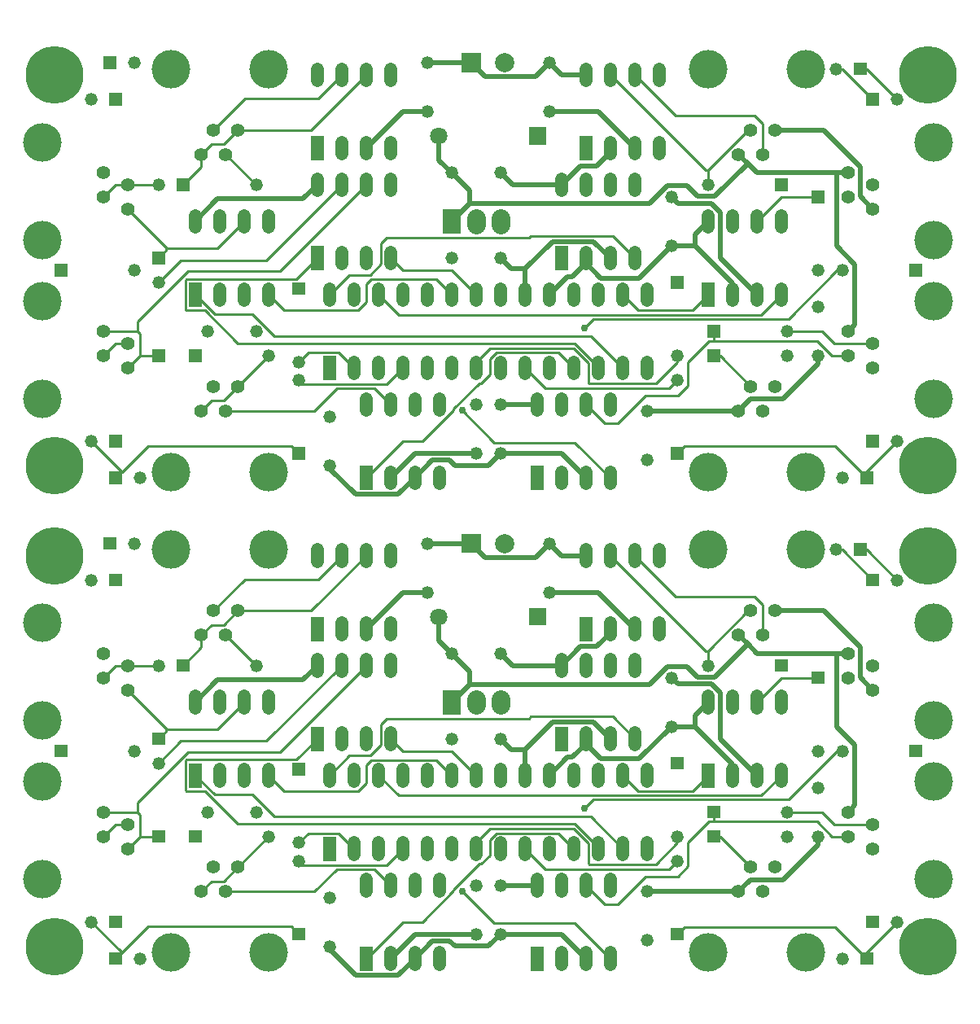
<source format=gbl>
%FSLAX24Y24*%
%MOIN*%
%ADD10C,0.0090*%
%ADD11C,0.0200*%
%ADD12C,0.0300*%
%ADD13C,0.0520*%
%ADD14C,0.0551*%
%ADD15C,0.0709*%
%ADD16C,0.0750*%
%ADD17C,0.0787*%
%ADD18C,0.1575*%
%ADD19C,0.2362*%
D10*
G01X11750Y5500D02*
X11922Y5328D01*
X15328Y5328D01*
X16000Y6000D01*
X28750Y6500D02*
X29000Y6500D01*
X30250Y5250D01*
X25000Y9000D02*
X25630Y8370D01*
X27870Y8370D01*
X28500Y9000D01*
X35250Y17000D02*
X34000Y18250D01*
X33750Y18250D01*
X34000Y10000D02*
X33788Y10000D01*
X31792Y8004D01*
X23803Y8004D01*
X23447Y7648D01*
X14500Y13500D02*
X10967Y9967D01*
X7222Y9967D01*
X5151Y7896D01*
X5151Y7500D01*
X5250Y6500D02*
X4750Y6000D01*
X6000Y6500D02*
X5250Y6500D01*
X5151Y7500D02*
X5250Y7401D01*
X5250Y6500D01*
X3750Y7500D02*
X5151Y7500D01*
X24000Y6000D02*
X24000Y6049D01*
X23031Y7018D01*
X9241Y7018D01*
X7903Y8356D01*
X7140Y8356D01*
X7115Y8382D01*
X7115Y9617D01*
X7140Y9642D01*
X11642Y9642D01*
X12500Y10500D01*
X6352Y10898D02*
X4750Y12500D01*
X6000Y10500D02*
X6352Y10852D01*
X6352Y10898D01*
X8398Y10898D01*
X9500Y12000D01*
X34875Y1625D02*
X35000Y1500D01*
X27250Y2500D02*
X27544Y2794D01*
X33706Y2794D01*
X34875Y1625D01*
X36250Y3000D01*
X19000Y9000D02*
X18003Y9997D01*
X16003Y9997D01*
X15500Y10500D01*
X28500Y14094D02*
X28500Y13500D01*
X30250Y15750D02*
X30156Y15750D01*
X28500Y14094D01*
X24500Y18000D02*
X28406Y14094D01*
X28500Y14094D01*
X25000Y6000D02*
X23693Y7307D01*
X10751Y7307D01*
X9850Y8208D01*
X8292Y8208D01*
X7500Y9000D01*
X4500Y1750D02*
X4250Y1500D01*
X11750Y2500D02*
X11434Y2816D01*
X5566Y2816D01*
X4500Y1750D01*
X3250Y3000D01*
X15500Y4500D02*
X14843Y5157D01*
X13292Y5157D01*
X12384Y4250D01*
X8750Y4250D01*
X6000Y9500D02*
X6915Y10415D01*
X10415Y10415D01*
X13500Y13500D01*
X4750Y7000D02*
X4250Y7000D01*
X3750Y6500D01*
X27250Y6500D02*
X27250Y6248D01*
X26360Y5358D01*
X23629Y5358D01*
X23604Y5384D01*
X23604Y6204D01*
X23003Y6804D01*
X19563Y6804D01*
X19000Y6241D01*
X19000Y6000D01*
X6000Y13500D02*
X4750Y13500D01*
X4250Y13500D01*
X3750Y13000D01*
X36250Y17000D02*
X35000Y18250D01*
X34750Y18250D01*
X13000Y9000D02*
X13817Y9817D01*
X14657Y9817D01*
X15102Y10262D01*
X15102Y11100D01*
X15326Y11324D01*
X21157Y11324D01*
X21243Y11409D01*
X24591Y11409D01*
X25500Y10500D01*
X9250Y15750D02*
X12250Y15750D01*
X14500Y18000D01*
X7750Y14750D02*
X8164Y15164D01*
X8664Y15164D01*
X9250Y15750D01*
X7000Y13500D02*
X7750Y14250D01*
X7750Y14750D01*
X31750Y7500D02*
X33161Y7500D01*
X33661Y7000D01*
X35250Y7000D01*
X11750Y6250D02*
X12126Y6626D01*
X13374Y6626D01*
X14000Y6000D01*
X31500Y9000D02*
X30674Y8174D01*
X15826Y8174D01*
X15000Y9000D01*
X25500Y18000D02*
X27180Y16320D01*
X30423Y16320D01*
X30750Y15993D01*
X30750Y14750D01*
X28750Y7107D02*
X32962Y7107D01*
X33570Y6500D01*
X34250Y6500D01*
X28750Y7500D02*
X28750Y7107D01*
X28554Y7107D01*
X27690Y6244D01*
X27690Y5277D01*
X27269Y4856D01*
X25935Y4856D01*
X24807Y3729D01*
X24271Y3729D01*
X23500Y4500D01*
X23000Y6000D02*
X22367Y6633D01*
X19826Y6633D01*
X19561Y6368D01*
X19561Y5726D01*
X19209Y5374D01*
X19131Y5374D01*
X18078Y4320D01*
X18078Y4276D01*
X16802Y3000D01*
X16000Y3000D01*
X14500Y1500D01*
X8250Y15750D02*
X9528Y17028D01*
X12528Y17028D01*
X13500Y18000D01*
X10000Y13500D02*
X8750Y14750D01*
X18000Y9000D02*
X17374Y9626D01*
X14691Y9626D01*
X14500Y9435D01*
X14500Y8695D01*
X14159Y8354D01*
X11146Y8354D01*
X10500Y9000D01*
X10500Y6500D02*
X9250Y5250D01*
X8664Y4664D01*
X8164Y4664D01*
X7750Y4250D01*
X33000Y13000D02*
X31500Y13000D01*
X30500Y12000D01*
X27250Y5500D02*
X26912Y5162D01*
X21838Y5162D01*
X21000Y6000D01*
X18424Y4263D02*
X19743Y2944D01*
X23056Y2944D01*
X24500Y1500D01*
X11750Y25185D02*
X11922Y25013D01*
X15328Y25013D01*
X16000Y25685D01*
X28750Y26185D02*
X29000Y26185D01*
X30250Y24935D01*
X25000Y28685D02*
X25630Y28056D01*
X27870Y28056D01*
X28500Y28685D01*
X35250Y36685D02*
X34000Y37935D01*
X33750Y37935D01*
X34000Y29685D02*
X33788Y29685D01*
X31792Y27689D01*
X23803Y27689D01*
X23447Y27333D01*
X14500Y33185D02*
X10967Y29652D01*
X7222Y29652D01*
X5151Y27581D01*
X5151Y27185D01*
X5250Y26185D02*
X4750Y25685D01*
X6000Y26185D02*
X5250Y26185D01*
X5151Y27185D02*
X5250Y27086D01*
X5250Y26185D01*
X3750Y27185D02*
X5151Y27185D01*
X24000Y25685D02*
X24000Y25734D01*
X23031Y26703D01*
X9241Y26703D01*
X7903Y28041D01*
X7140Y28041D01*
X7115Y28067D01*
X7115Y29302D01*
X7140Y29327D01*
X11642Y29327D01*
X12500Y30185D01*
X6352Y30583D02*
X4750Y32185D01*
X6000Y30185D02*
X6352Y30537D01*
X6352Y30583D01*
X8398Y30583D01*
X9500Y31685D01*
X34875Y21310D02*
X35000Y21185D01*
X27250Y22185D02*
X27544Y22479D01*
X33706Y22479D01*
X34875Y21310D01*
X36250Y22685D01*
X19000Y28685D02*
X18003Y29682D01*
X16003Y29682D01*
X15500Y30185D01*
X28500Y33779D02*
X28500Y33185D01*
X30250Y35435D02*
X30156Y35435D01*
X28500Y33779D01*
X24500Y37685D02*
X28406Y33779D01*
X28500Y33779D01*
X25000Y25685D02*
X23693Y26992D01*
X10751Y26992D01*
X9850Y27893D01*
X8292Y27893D01*
X7500Y28685D01*
X4500Y21435D02*
X4250Y21185D01*
X11750Y22185D02*
X11434Y22501D01*
X5566Y22501D01*
X4500Y21435D01*
X3250Y22685D01*
X15500Y24185D02*
X14843Y24843D01*
X13292Y24843D01*
X12384Y23935D01*
X8750Y23935D01*
X6000Y29185D02*
X6915Y30100D01*
X10415Y30100D01*
X13500Y33185D01*
X4750Y26685D02*
X4250Y26685D01*
X3750Y26185D01*
X27250Y26185D02*
X27250Y25933D01*
X26360Y25043D01*
X23629Y25043D01*
X23604Y25069D01*
X23604Y25889D01*
X23003Y26489D01*
X19563Y26489D01*
X19000Y25926D01*
X19000Y25685D01*
X6000Y33185D02*
X4750Y33185D01*
X4250Y33185D01*
X3750Y32685D01*
X36250Y36685D02*
X35000Y37935D01*
X34750Y37935D01*
X13000Y28685D02*
X13817Y29502D01*
X14657Y29502D01*
X15102Y29947D01*
X15102Y30785D01*
X15326Y31009D01*
X21157Y31009D01*
X21243Y31094D01*
X24591Y31094D01*
X25500Y30185D01*
X9250Y35435D02*
X12250Y35435D01*
X14500Y37685D01*
X7750Y34435D02*
X8164Y34849D01*
X8664Y34849D01*
X9250Y35435D01*
X7000Y33185D02*
X7750Y33935D01*
X7750Y34435D01*
X31750Y27185D02*
X33161Y27185D01*
X33661Y26685D01*
X35250Y26685D01*
X11750Y25935D02*
X12126Y26311D01*
X13374Y26311D01*
X14000Y25685D01*
X31500Y28685D02*
X30674Y27859D01*
X15826Y27859D01*
X15000Y28685D01*
X25500Y37685D02*
X27180Y36005D01*
X30423Y36005D01*
X30750Y35678D01*
X30750Y34435D01*
X28750Y26793D02*
X32962Y26793D01*
X33570Y26185D01*
X34250Y26185D01*
X28750Y27185D02*
X28750Y26793D01*
X28554Y26793D01*
X27690Y25929D01*
X27690Y24962D01*
X27269Y24541D01*
X25935Y24541D01*
X24807Y23414D01*
X24271Y23414D01*
X23500Y24185D01*
X23000Y25685D02*
X22367Y26319D01*
X19826Y26319D01*
X19561Y26053D01*
X19561Y25411D01*
X19209Y25059D01*
X19131Y25059D01*
X18078Y24005D01*
X18078Y23961D01*
X16802Y22685D01*
X16000Y22685D01*
X14500Y21185D01*
X8250Y35435D02*
X9528Y36713D01*
X12528Y36713D01*
X13500Y37685D01*
X10000Y33185D02*
X8750Y34435D01*
X18000Y28685D02*
X17374Y29311D01*
X14691Y29311D01*
X14500Y29120D01*
X14500Y28380D01*
X14159Y28039D01*
X11146Y28039D01*
X10500Y28685D01*
X10500Y26185D02*
X9250Y24935D01*
X8664Y24349D01*
X8164Y24349D01*
X7750Y23935D01*
X33000Y32685D02*
X31500Y32685D01*
X30500Y31685D01*
X27250Y25185D02*
X26912Y24847D01*
X21838Y24847D01*
X21000Y25685D01*
X18424Y23948D02*
X19743Y22629D01*
X23056Y22629D01*
X24500Y21185D01*
D11*
G01X18731Y12731D02*
X18000Y12000D01*
X30125Y14375D02*
X28770Y13020D01*
X28062Y13020D01*
X27626Y13456D01*
X26833Y13456D01*
X26108Y12731D01*
X18731Y12731D01*
X18731Y13269D01*
X18000Y14000D01*
X30125Y14375D02*
X29750Y14750D01*
X33775Y14000D02*
X30500Y14000D01*
X30125Y14375D01*
X18000Y14000D02*
X17487Y14513D01*
X17487Y15500D01*
X34250Y14000D02*
X33775Y14000D01*
X33775Y10992D01*
X34522Y10245D01*
X34522Y7772D01*
X34250Y7500D01*
X22000Y18500D02*
X21424Y17924D01*
X19387Y17924D01*
X18811Y18500D01*
X23500Y18000D02*
X22500Y18000D01*
X22000Y18500D01*
X22500Y13500D02*
X23276Y14276D01*
X23941Y14276D01*
X24500Y14835D01*
X24500Y15000D01*
X22500Y13500D02*
X20500Y13500D01*
X20000Y14000D01*
X23500Y10300D02*
X23500Y10500D01*
X22000Y9000D02*
X22741Y9741D01*
X22941Y9741D01*
X23500Y10300D01*
X24119Y9681D01*
X25681Y9681D01*
X27000Y11000D01*
X27962Y11000D02*
X29500Y9462D01*
X29500Y9000D01*
X27000Y11000D02*
X27962Y11000D01*
X27962Y11462D01*
X28500Y12000D01*
X29750Y4250D02*
X30229Y4729D01*
X31559Y4729D01*
X33000Y6170D01*
X33000Y6500D01*
X26000Y4250D02*
X29750Y4250D01*
X19000Y2500D02*
X16500Y2500D01*
X15500Y1500D01*
X35250Y12500D02*
X34728Y13022D01*
X34728Y14251D01*
X33229Y15750D01*
X31250Y15750D01*
X7500Y12000D02*
X8423Y12923D01*
X11923Y12923D01*
X12500Y13500D01*
X18811Y18500D02*
X17000Y18500D01*
X21500Y4500D02*
X20000Y4500D01*
X16500Y1500D02*
X15819Y819D01*
X14059Y819D01*
X13000Y1878D01*
X13000Y2000D01*
X20000Y2500D02*
X19515Y2015D01*
X18127Y2015D01*
X17923Y2219D01*
X17219Y2219D01*
X16500Y1500D01*
X21000Y10054D02*
X22129Y11183D01*
X23817Y11183D01*
X24500Y10500D01*
X27000Y13000D02*
X27261Y12739D01*
X28636Y12739D01*
X29000Y12375D01*
X29000Y10500D01*
X30500Y9000D01*
X25500Y15000D02*
X24000Y16500D01*
X22000Y16500D01*
X21000Y9000D02*
X21000Y10054D01*
X20446Y10054D01*
X20000Y10500D01*
X17000Y16500D02*
X16000Y16500D01*
X14500Y15000D01*
X23500Y1500D02*
X22500Y2500D01*
X20000Y2500D01*
X18731Y32417D02*
X18000Y31685D01*
X30125Y34060D02*
X28770Y32705D01*
X28062Y32705D01*
X27626Y33141D01*
X26833Y33141D01*
X26108Y32417D01*
X18731Y32417D01*
X18731Y32954D01*
X18000Y33685D01*
X30125Y34060D02*
X29750Y34435D01*
X33775Y33685D02*
X30500Y33685D01*
X30125Y34060D01*
X18000Y33685D02*
X17487Y34198D01*
X17487Y35185D01*
X34250Y33685D02*
X33775Y33685D01*
X33775Y30677D01*
X34522Y29930D01*
X34522Y27457D01*
X34250Y27185D01*
X22000Y38185D02*
X21424Y37609D01*
X19387Y37609D01*
X18811Y38185D01*
X23500Y37685D02*
X22500Y37685D01*
X22000Y38185D01*
X22500Y33185D02*
X23276Y33961D01*
X23941Y33961D01*
X24500Y34520D01*
X24500Y34685D01*
X22500Y33185D02*
X20500Y33185D01*
X20000Y33685D01*
X23500Y29985D02*
X23500Y30185D01*
X22000Y28685D02*
X22741Y29426D01*
X22941Y29426D01*
X23500Y29985D01*
X24119Y29366D01*
X25681Y29366D01*
X27000Y30685D01*
X27962Y30685D02*
X29500Y29147D01*
X29500Y28685D01*
X27000Y30685D02*
X27962Y30685D01*
X27962Y31147D01*
X28500Y31685D01*
X29750Y23935D02*
X30229Y24414D01*
X31559Y24414D01*
X33000Y25856D01*
X33000Y26185D01*
X26000Y23935D02*
X29750Y23935D01*
X19000Y22185D02*
X16500Y22185D01*
X15500Y21185D01*
X35250Y32185D02*
X34728Y32707D01*
X34728Y33936D01*
X33229Y35435D01*
X31250Y35435D01*
X7500Y31685D02*
X8423Y32608D01*
X11923Y32608D01*
X12500Y33185D01*
X18811Y38185D02*
X17000Y38185D01*
X21500Y24185D02*
X20000Y24185D01*
X16500Y21185D02*
X15819Y20504D01*
X14059Y20504D01*
X13000Y21563D01*
X13000Y21685D01*
X20000Y22185D02*
X19515Y21700D01*
X18127Y21700D01*
X17923Y21904D01*
X17219Y21904D01*
X16500Y21185D01*
X21000Y29739D02*
X22129Y30869D01*
X23817Y30869D01*
X24500Y30185D01*
X27000Y32685D02*
X27261Y32424D01*
X28636Y32424D01*
X29000Y32060D01*
X29000Y30185D01*
X30500Y28685D01*
X25500Y34685D02*
X24000Y36185D01*
X22000Y36185D01*
X21000Y28685D02*
X21000Y29739D01*
X20446Y29739D01*
X20000Y30185D01*
X17000Y36185D02*
X16000Y36185D01*
X14500Y34685D01*
X23500Y21185D02*
X22500Y22185D01*
X20000Y22185D01*
D12*
G01X23447Y7648D03*
X18424Y4263D03*
X23447Y27333D03*
X18424Y23948D03*
D13*
G01X17000Y18500D03*
X17000Y16500D03*
X8000Y7500D03*
X10000Y7500D03*
X10500Y6500D03*
X33000Y6500D03*
X33000Y8500D03*
X28500Y13500D03*
X22000Y18500D03*
X22000Y16500D03*
X20000Y14000D03*
X18000Y14000D03*
X20000Y4500D03*
X20000Y2500D03*
X13000Y4000D03*
X13000Y2000D03*
X27000Y11000D03*
X27000Y13000D03*
X26000Y4250D03*
X26000Y2250D03*
X25500Y18240D02*
X25500Y17760D01*
X26500Y18240D02*
X26500Y17760D01*
X23500Y18240D02*
X23500Y17760D01*
X24500Y15240D02*
X24500Y14760D01*
X25500Y15240D02*
X25500Y14760D01*
X26500Y15240D02*
X26500Y14760D01*
X24500Y18240D02*
X24500Y17760D01*
X30500Y12240D02*
X30500Y11760D01*
X31500Y12240D02*
X31500Y11760D01*
X28500Y12240D02*
X28500Y11760D01*
X29500Y9240D02*
X29500Y8760D01*
X30500Y9240D02*
X30500Y8760D01*
X31500Y9240D02*
X31500Y8760D01*
X29500Y12240D02*
X29500Y11760D01*
X33000Y10000D03*
X31750Y7500D03*
X31750Y6500D03*
X23500Y4740D02*
X23500Y4260D01*
X24500Y4740D02*
X24500Y4260D01*
X21500Y4740D02*
X21500Y4260D01*
X22500Y1740D02*
X22500Y1260D01*
X23500Y1740D02*
X23500Y1260D01*
X24500Y1740D02*
X24500Y1260D01*
X22500Y4740D02*
X22500Y4260D01*
X24500Y13740D02*
X24500Y13260D01*
X25500Y13740D02*
X25500Y13260D01*
X22500Y13740D02*
X22500Y13260D01*
X23500Y10740D02*
X23500Y10260D01*
X24500Y10740D02*
X24500Y10260D01*
X25500Y10740D02*
X25500Y10260D01*
X23500Y13740D02*
X23500Y13260D01*
X10000Y13500D03*
X6000Y13500D03*
X6000Y9500D03*
X9500Y12240D02*
X9500Y11760D01*
X10500Y12240D02*
X10500Y11760D01*
X7500Y12240D02*
X7500Y11760D01*
X8500Y9240D02*
X8500Y8760D01*
X9500Y9240D02*
X9500Y8760D01*
X10500Y9240D02*
X10500Y8760D01*
X8500Y12240D02*
X8500Y11760D01*
X14500Y18240D02*
X14500Y17760D01*
X15500Y18240D02*
X15500Y17760D01*
X12500Y18240D02*
X12500Y17760D01*
X13500Y15240D02*
X13500Y14760D01*
X14500Y15240D02*
X14500Y14760D01*
X15500Y15240D02*
X15500Y14760D01*
X13500Y18240D02*
X13500Y17760D01*
X14500Y13740D02*
X14500Y13260D01*
X15500Y13740D02*
X15500Y13260D01*
X12500Y13740D02*
X12500Y13260D01*
X13500Y10740D02*
X13500Y10260D01*
X14500Y10740D02*
X14500Y10260D01*
X15500Y10740D02*
X15500Y10260D01*
X13500Y13740D02*
X13500Y13260D01*
X16500Y4740D02*
X16500Y4260D01*
X17500Y4740D02*
X17500Y4260D01*
X14500Y4740D02*
X14500Y4260D01*
X15500Y1740D02*
X15500Y1260D01*
X16500Y1740D02*
X16500Y1260D01*
X17500Y1740D02*
X17500Y1260D01*
X15500Y4740D02*
X15500Y4260D01*
X18000Y10500D03*
X20000Y10500D03*
X19000Y9240D02*
X19000Y8760D01*
X22000Y9240D02*
X22000Y8760D01*
X16000Y9240D02*
X16000Y8760D01*
X24000Y9240D02*
X24000Y8760D01*
X13000Y9240D02*
X13000Y8760D01*
X20000Y6240D02*
X20000Y5760D01*
X23000Y9240D02*
X23000Y8760D01*
X26000Y6240D02*
X26000Y5760D01*
X24000Y6240D02*
X24000Y5760D01*
X14000Y6240D02*
X14000Y5760D01*
X23000Y6240D02*
X23000Y5760D01*
X21000Y6240D02*
X21000Y5760D01*
X18000Y9240D02*
X18000Y8760D01*
X17000Y6240D02*
X17000Y5760D01*
X17000Y9240D02*
X17000Y8760D01*
X25000Y9240D02*
X25000Y8760D01*
X25000Y6240D02*
X25000Y5760D01*
X22000Y6240D02*
X22000Y5760D01*
X16000Y6240D02*
X16000Y5760D01*
X20000Y9240D02*
X20000Y8760D01*
X26000Y9240D02*
X26000Y8760D01*
X15000Y9240D02*
X15000Y8760D01*
X15000Y6240D02*
X15000Y5760D01*
X14000Y9240D02*
X14000Y8760D01*
X19000Y6240D02*
X19000Y5760D01*
X21000Y9240D02*
X21000Y8760D01*
X18000Y6240D02*
X18000Y5760D01*
X19000Y4500D03*
X19000Y2500D03*
X5000Y18500D03*
X3250Y17000D03*
X3250Y3000D03*
X5250Y1500D03*
X11750Y5500D03*
X5000Y10000D03*
X11750Y6250D03*
X33750Y18250D03*
X36250Y17000D03*
X36250Y3000D03*
X34000Y1500D03*
X34000Y10000D03*
X27250Y5500D03*
X27250Y6500D03*
X17000Y38185D03*
X17000Y36185D03*
X8000Y27185D03*
X10000Y27185D03*
X10500Y26185D03*
X33000Y26185D03*
X33000Y28185D03*
X28500Y33185D03*
X22000Y38185D03*
X22000Y36185D03*
X20000Y33685D03*
X18000Y33685D03*
X20000Y24185D03*
X20000Y22185D03*
X13000Y23685D03*
X13000Y21685D03*
X27000Y30685D03*
X27000Y32685D03*
X26000Y23935D03*
X26000Y21935D03*
X25500Y37925D02*
X25500Y37445D01*
X26500Y37925D02*
X26500Y37445D01*
X23500Y37925D02*
X23500Y37445D01*
X24500Y34925D02*
X24500Y34445D01*
X25500Y34925D02*
X25500Y34445D01*
X26500Y34925D02*
X26500Y34445D01*
X24500Y37925D02*
X24500Y37445D01*
X30500Y31925D02*
X30500Y31445D01*
X31500Y31925D02*
X31500Y31445D01*
X28500Y31925D02*
X28500Y31445D01*
X29500Y28925D02*
X29500Y28445D01*
X30500Y28925D02*
X30500Y28445D01*
X31500Y28925D02*
X31500Y28445D01*
X29500Y31925D02*
X29500Y31445D01*
X33000Y29685D03*
X31750Y27185D03*
X31750Y26185D03*
X23500Y24425D02*
X23500Y23945D01*
X24500Y24425D02*
X24500Y23945D01*
X21500Y24425D02*
X21500Y23945D01*
X22500Y21425D02*
X22500Y20945D01*
X23500Y21425D02*
X23500Y20945D01*
X24500Y21425D02*
X24500Y20945D01*
X22500Y24425D02*
X22500Y23945D01*
X24500Y33425D02*
X24500Y32945D01*
X25500Y33425D02*
X25500Y32945D01*
X22500Y33425D02*
X22500Y32945D01*
X23500Y30425D02*
X23500Y29945D01*
X24500Y30425D02*
X24500Y29945D01*
X25500Y30425D02*
X25500Y29945D01*
X23500Y33425D02*
X23500Y32945D01*
X10000Y33185D03*
X6000Y33185D03*
X6000Y29185D03*
X9500Y31925D02*
X9500Y31445D01*
X10500Y31925D02*
X10500Y31445D01*
X7500Y31925D02*
X7500Y31445D01*
X8500Y28925D02*
X8500Y28445D01*
X9500Y28925D02*
X9500Y28445D01*
X10500Y28925D02*
X10500Y28445D01*
X8500Y31925D02*
X8500Y31445D01*
X14500Y37925D02*
X14500Y37445D01*
X15500Y37925D02*
X15500Y37445D01*
X12500Y37925D02*
X12500Y37445D01*
X13500Y34925D02*
X13500Y34445D01*
X14500Y34925D02*
X14500Y34445D01*
X15500Y34925D02*
X15500Y34445D01*
X13500Y37925D02*
X13500Y37445D01*
X14500Y33425D02*
X14500Y32945D01*
X15500Y33425D02*
X15500Y32945D01*
X12500Y33425D02*
X12500Y32945D01*
X13500Y30425D02*
X13500Y29945D01*
X14500Y30425D02*
X14500Y29945D01*
X15500Y30425D02*
X15500Y29945D01*
X13500Y33425D02*
X13500Y32945D01*
X16500Y24425D02*
X16500Y23945D01*
X17500Y24425D02*
X17500Y23945D01*
X14500Y24425D02*
X14500Y23945D01*
X15500Y21425D02*
X15500Y20945D01*
X16500Y21425D02*
X16500Y20945D01*
X17500Y21425D02*
X17500Y20945D01*
X15500Y24425D02*
X15500Y23945D01*
X18000Y30185D03*
X20000Y30185D03*
X19000Y28925D02*
X19000Y28445D01*
X22000Y28925D02*
X22000Y28445D01*
X16000Y28925D02*
X16000Y28445D01*
X24000Y28925D02*
X24000Y28445D01*
X13000Y28925D02*
X13000Y28445D01*
X20000Y25925D02*
X20000Y25445D01*
X23000Y28925D02*
X23000Y28445D01*
X26000Y25925D02*
X26000Y25445D01*
X24000Y25925D02*
X24000Y25445D01*
X14000Y25925D02*
X14000Y25445D01*
X23000Y25925D02*
X23000Y25445D01*
X21000Y25925D02*
X21000Y25445D01*
X18000Y28925D02*
X18000Y28445D01*
X17000Y25925D02*
X17000Y25445D01*
X17000Y28925D02*
X17000Y28445D01*
X25000Y28925D02*
X25000Y28445D01*
X25000Y25925D02*
X25000Y25445D01*
X22000Y25925D02*
X22000Y25445D01*
X16000Y25925D02*
X16000Y25445D01*
X20000Y28925D02*
X20000Y28445D01*
X26000Y28925D02*
X26000Y28445D01*
X15000Y28925D02*
X15000Y28445D01*
X15000Y25925D02*
X15000Y25445D01*
X14000Y28925D02*
X14000Y28445D01*
X19000Y25925D02*
X19000Y25445D01*
X21000Y28925D02*
X21000Y28445D01*
X18000Y25925D02*
X18000Y25445D01*
X19000Y24185D03*
X19000Y22185D03*
X5000Y38185D03*
X3250Y36685D03*
X3250Y22685D03*
X5250Y21185D03*
X11750Y25185D03*
X5000Y29685D03*
X11750Y25935D03*
X33750Y37935D03*
X36250Y36685D03*
X36250Y22685D03*
X34000Y21185D03*
X34000Y29685D03*
X27250Y25185D03*
X27250Y26185D03*
D14*
G01X8250Y5250D03*
X7750Y4250D03*
X9250Y5250D03*
X8750Y4250D03*
X30750Y14750D03*
X31250Y15750D03*
X29750Y14750D03*
X30250Y15750D03*
X34250Y13000D03*
X35250Y12500D03*
X34250Y14000D03*
X35250Y13500D03*
X34250Y6500D03*
X35250Y6000D03*
X34250Y7500D03*
X35250Y7000D03*
X30250Y5250D03*
X29750Y4250D03*
X31250Y5250D03*
X30750Y4250D03*
X4750Y7000D03*
X3750Y7500D03*
X4750Y6000D03*
X3750Y6500D03*
X4750Y13500D03*
X3750Y14000D03*
X4750Y12500D03*
X3750Y13000D03*
X8750Y14750D03*
X9250Y15750D03*
X7750Y14750D03*
X8250Y15750D03*
X8250Y24935D03*
X7750Y23935D03*
X9250Y24935D03*
X8750Y23935D03*
X30750Y34435D03*
X31250Y35435D03*
X29750Y34435D03*
X30250Y35435D03*
X34250Y32685D03*
X35250Y32185D03*
X34250Y33685D03*
X35250Y33185D03*
X34250Y26185D03*
X35250Y25685D03*
X34250Y27185D03*
X35250Y26685D03*
X30250Y24935D03*
X29750Y23935D03*
X31250Y24935D03*
X30750Y23935D03*
X4750Y26685D03*
X3750Y27185D03*
X4750Y25685D03*
X3750Y26185D03*
X4750Y33185D03*
X3750Y33685D03*
X4750Y32185D03*
X3750Y32685D03*
X8750Y34435D03*
X9250Y35435D03*
X7750Y34435D03*
X8250Y35435D03*
D15*
G01X17487Y15500D03*
X17487Y35185D03*
D16*
G01X20000Y12125D02*
X20000Y11875D01*
X19000Y12125D02*
X19000Y11875D01*
X20000Y31810D02*
X20000Y31560D01*
X19000Y31810D02*
X19000Y31560D01*
D17*
G01X20189Y18500D03*
X20189Y38185D03*
D18*
G01X10500Y1750D03*
X6500Y1750D03*
X28500Y18250D03*
X32500Y18250D03*
X37750Y15250D03*
X37750Y11250D03*
X37750Y8750D03*
X37750Y4750D03*
X32500Y1750D03*
X28500Y1750D03*
X1250Y4750D03*
X1250Y8750D03*
X1250Y11250D03*
X1250Y15250D03*
X6500Y18250D03*
X10500Y18250D03*
X10500Y21435D03*
X6500Y21435D03*
X28500Y37935D03*
X32500Y37935D03*
X37750Y34935D03*
X37750Y30935D03*
X37750Y28435D03*
X37750Y24435D03*
X32500Y21435D03*
X28500Y21435D03*
X1250Y24435D03*
X1250Y28435D03*
X1250Y30935D03*
X1250Y34935D03*
X6500Y37935D03*
X10500Y37935D03*
D19*
G01X1750Y18000D03*
X37500Y18000D03*
X1750Y2000D03*
X37500Y2000D03*
X1750Y37685D03*
X37500Y37685D03*
X1750Y21685D03*
X37500Y21685D03*
G36*
X21157Y15145D02*
X21866Y15145D01*
X21866Y15854D01*
X21157Y15854D01*
X21157Y15145D01*
G37*
G36*
X7760Y6760D02*
X7240Y6760D01*
X7240Y6240D01*
X7760Y6240D01*
X7760Y6760D01*
G37*
G36*
X19204Y18893D02*
X18417Y18893D01*
X18417Y18106D01*
X19204Y18106D01*
X19204Y18893D01*
G37*
G36*
X31240Y13240D02*
X31760Y13240D01*
X31760Y13760D01*
X31240Y13760D01*
X31240Y13240D01*
G37*
G36*
X18375Y12500D02*
X17625Y12500D01*
X17625Y11500D01*
X18375Y11500D01*
X18375Y12500D01*
G37*
G36*
X23760Y15500D02*
X23240Y15500D01*
X23240Y14500D01*
X23760Y14500D01*
X23760Y15500D01*
G37*
G36*
X28760Y9500D02*
X28240Y9500D01*
X28240Y8500D01*
X28760Y8500D01*
X28760Y9500D01*
G37*
G36*
X33260Y12740D02*
X33260Y13260D01*
X32740Y13260D01*
X32740Y12740D01*
X33260Y12740D01*
G37*
G36*
X29010Y7760D02*
X28490Y7760D01*
X28490Y7240D01*
X29010Y7240D01*
X29010Y7760D01*
G37*
G36*
X29010Y6760D02*
X28490Y6760D01*
X28490Y6240D01*
X29010Y6240D01*
X29010Y6760D01*
G37*
G36*
X21760Y2000D02*
X21240Y2000D01*
X21240Y1000D01*
X21760Y1000D01*
X21760Y2000D01*
G37*
G36*
X22760Y11000D02*
X22240Y11000D01*
X22240Y10000D01*
X22760Y10000D01*
X22760Y11000D01*
G37*
G36*
X7260Y13760D02*
X6740Y13760D01*
X6740Y13240D01*
X7260Y13240D01*
X7260Y13760D01*
G37*
G36*
X5740Y10760D02*
X5740Y10240D01*
X6260Y10240D01*
X6260Y10760D01*
X5740Y10760D01*
G37*
G36*
X5740Y6760D02*
X5740Y6240D01*
X6260Y6240D01*
X6260Y6760D01*
X5740Y6760D01*
G37*
G36*
X7760Y9500D02*
X7240Y9500D01*
X7240Y8500D01*
X7760Y8500D01*
X7760Y9500D01*
G37*
G36*
X12760Y15500D02*
X12240Y15500D01*
X12240Y14500D01*
X12760Y14500D01*
X12760Y15500D01*
G37*
G36*
X12760Y11000D02*
X12240Y11000D01*
X12240Y10000D01*
X12760Y10000D01*
X12760Y11000D01*
G37*
G36*
X14760Y2000D02*
X14240Y2000D01*
X14240Y1000D01*
X14760Y1000D01*
X14760Y2000D01*
G37*
G36*
X13260Y6500D02*
X12740Y6500D01*
X12740Y5500D01*
X13260Y5500D01*
X13260Y6500D01*
G37*
G36*
X4260Y18760D02*
X3740Y18760D01*
X3740Y18240D01*
X4260Y18240D01*
X4260Y18760D01*
G37*
G36*
X3990Y16740D02*
X4510Y16740D01*
X4510Y17260D01*
X3990Y17260D01*
X3990Y16740D01*
G37*
G36*
X3990Y2740D02*
X4510Y2740D01*
X4510Y3260D01*
X3990Y3260D01*
X3990Y2740D01*
G37*
G36*
X4510Y1760D02*
X3990Y1760D01*
X3990Y1240D01*
X4510Y1240D01*
X4510Y1760D01*
G37*
G36*
X11490Y2760D02*
X11490Y2240D01*
X12010Y2240D01*
X12010Y2760D01*
X11490Y2760D01*
G37*
G36*
X2260Y10260D02*
X1740Y10260D01*
X1740Y9740D01*
X2260Y9740D01*
X2260Y10260D01*
G37*
G36*
X12010Y8990D02*
X12010Y9510D01*
X11490Y9510D01*
X11490Y8990D01*
X12010Y8990D01*
G37*
G36*
X34490Y17990D02*
X35010Y17990D01*
X35010Y18510D01*
X34490Y18510D01*
X34490Y17990D01*
G37*
G36*
X35510Y17260D02*
X34990Y17260D01*
X34990Y16740D01*
X35510Y16740D01*
X35510Y17260D01*
G37*
G36*
X35510Y3260D02*
X34990Y3260D01*
X34990Y2740D01*
X35510Y2740D01*
X35510Y3260D01*
G37*
G36*
X34740Y1240D02*
X35260Y1240D01*
X35260Y1760D01*
X34740Y1760D01*
X34740Y1240D01*
G37*
G36*
X36740Y9740D02*
X37260Y9740D01*
X37260Y10260D01*
X36740Y10260D01*
X36740Y9740D01*
G37*
G36*
X26990Y2760D02*
X26990Y2240D01*
X27510Y2240D01*
X27510Y2760D01*
X26990Y2760D01*
G37*
G36*
X27510Y9240D02*
X27510Y9760D01*
X26990Y9760D01*
X26990Y9240D01*
X27510Y9240D01*
G37*
G36*
X21157Y34830D02*
X21866Y34830D01*
X21866Y35539D01*
X21157Y35539D01*
X21157Y34830D01*
G37*
G36*
X7760Y26445D02*
X7240Y26445D01*
X7240Y25925D01*
X7760Y25925D01*
X7760Y26445D01*
G37*
G36*
X19204Y38578D02*
X18417Y38578D01*
X18417Y37791D01*
X19204Y37791D01*
X19204Y38578D01*
G37*
G36*
X31240Y32925D02*
X31760Y32925D01*
X31760Y33445D01*
X31240Y33445D01*
X31240Y32925D01*
G37*
G36*
X18375Y32185D02*
X17625Y32185D01*
X17625Y31185D01*
X18375Y31185D01*
X18375Y32185D01*
G37*
G36*
X23760Y35185D02*
X23240Y35185D01*
X23240Y34185D01*
X23760Y34185D01*
X23760Y35185D01*
G37*
G36*
X28760Y29185D02*
X28240Y29185D01*
X28240Y28185D01*
X28760Y28185D01*
X28760Y29185D01*
G37*
G36*
X33260Y32425D02*
X33260Y32945D01*
X32740Y32945D01*
X32740Y32425D01*
X33260Y32425D01*
G37*
G36*
X29010Y27445D02*
X28490Y27445D01*
X28490Y26925D01*
X29010Y26925D01*
X29010Y27445D01*
G37*
G36*
X29010Y26445D02*
X28490Y26445D01*
X28490Y25925D01*
X29010Y25925D01*
X29010Y26445D01*
G37*
G36*
X21760Y21685D02*
X21240Y21685D01*
X21240Y20685D01*
X21760Y20685D01*
X21760Y21685D01*
G37*
G36*
X22760Y30685D02*
X22240Y30685D01*
X22240Y29685D01*
X22760Y29685D01*
X22760Y30685D01*
G37*
G36*
X7260Y33445D02*
X6740Y33445D01*
X6740Y32925D01*
X7260Y32925D01*
X7260Y33445D01*
G37*
G36*
X5740Y30445D02*
X5740Y29925D01*
X6260Y29925D01*
X6260Y30445D01*
X5740Y30445D01*
G37*
G36*
X5740Y26445D02*
X5740Y25925D01*
X6260Y25925D01*
X6260Y26445D01*
X5740Y26445D01*
G37*
G36*
X7760Y29185D02*
X7240Y29185D01*
X7240Y28185D01*
X7760Y28185D01*
X7760Y29185D01*
G37*
G36*
X12760Y35185D02*
X12240Y35185D01*
X12240Y34185D01*
X12760Y34185D01*
X12760Y35185D01*
G37*
G36*
X12760Y30685D02*
X12240Y30685D01*
X12240Y29685D01*
X12760Y29685D01*
X12760Y30685D01*
G37*
G36*
X14760Y21685D02*
X14240Y21685D01*
X14240Y20685D01*
X14760Y20685D01*
X14760Y21685D01*
G37*
G36*
X13260Y26185D02*
X12740Y26185D01*
X12740Y25185D01*
X13260Y25185D01*
X13260Y26185D01*
G37*
G36*
X4260Y38445D02*
X3740Y38445D01*
X3740Y37925D01*
X4260Y37925D01*
X4260Y38445D01*
G37*
G36*
X3990Y36425D02*
X4510Y36425D01*
X4510Y36945D01*
X3990Y36945D01*
X3990Y36425D01*
G37*
G36*
X3990Y22425D02*
X4510Y22425D01*
X4510Y22945D01*
X3990Y22945D01*
X3990Y22425D01*
G37*
G36*
X4510Y21445D02*
X3990Y21445D01*
X3990Y20925D01*
X4510Y20925D01*
X4510Y21445D01*
G37*
G36*
X11490Y22445D02*
X11490Y21925D01*
X12010Y21925D01*
X12010Y22445D01*
X11490Y22445D01*
G37*
G36*
X2260Y29945D02*
X1740Y29945D01*
X1740Y29425D01*
X2260Y29425D01*
X2260Y29945D01*
G37*
G36*
X12010Y28675D02*
X12010Y29195D01*
X11490Y29195D01*
X11490Y28675D01*
X12010Y28675D01*
G37*
G36*
X34490Y37675D02*
X35010Y37675D01*
X35010Y38195D01*
X34490Y38195D01*
X34490Y37675D01*
G37*
G36*
X35510Y36945D02*
X34990Y36945D01*
X34990Y36425D01*
X35510Y36425D01*
X35510Y36945D01*
G37*
G36*
X35510Y22945D02*
X34990Y22945D01*
X34990Y22425D01*
X35510Y22425D01*
X35510Y22945D01*
G37*
G36*
X34740Y20925D02*
X35260Y20925D01*
X35260Y21445D01*
X34740Y21445D01*
X34740Y20925D01*
G37*
G36*
X36740Y29425D02*
X37260Y29425D01*
X37260Y29945D01*
X36740Y29945D01*
X36740Y29425D01*
G37*
G36*
X26990Y22445D02*
X26990Y21925D01*
X27510Y21925D01*
X27510Y22445D01*
X26990Y22445D01*
G37*
G36*
X27510Y28925D02*
X27510Y29445D01*
X26990Y29445D01*
X26990Y28925D01*
X27510Y28925D01*
G37*
M02*

</source>
